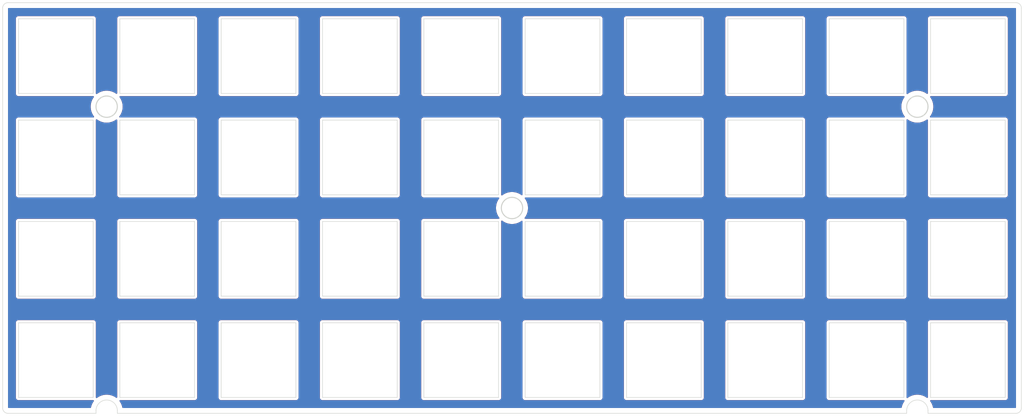
<source format=kicad_pcb>
(kicad_pcb (version 20241229) (generator "pcbnew") (generator_version "9.0")
  (layers (0 "F.Cu" signal) (2 "B.Cu" signal) (13 "F.Paste" user) (15 "B.Paste" user) (5 "F.SilkS" user "F.Silkscreen") (7 "B.SilkS" user "B.Silkscreen") (1 "F.Mask" user) (3 "B.Mask" user) (25 "Edge.Cuts" user))
  (net 0 "")
  (footprint "ScottoKeebs_Cutout:Cutout_MX_1.00u" (layer "F.Cu") (at 214.354246 121.203927 180)
    (property "Reference" "S2" (hide yes))
    (property "Value" "Keyswitch" (hide yes))
    (fp_line (start 7 7) (end 7 -7) (stroke (width 0.1)) (layer "Edge.Cuts"))
    (fp_line (start 7 -7) (end -7 -7) (stroke (width 0.1)) (layer "Edge.Cuts"))
    (fp_line (start -7 7) (end 7 7) (stroke (width 0.1)) (layer "Edge.Cuts"))
    (fp_line (start -7 -7) (end -7 7) (stroke (width 0.1)) (layer "Edge.Cuts"))
  )
  (footprint "ScottoKeebs_Cutout:Cutout_MX_1.00u" (layer "F.Cu") (at 157.354246 102.203927 180)
    (property "Reference" "S15" (hide yes))
    (property "Value" "Keyswitch" (hide yes))
    (fp_line (start 7 7) (end 7 -7) (stroke (width 0.1)) (layer "Edge.Cuts"))
    (fp_line (start 7 -7) (end -7 -7) (stroke (width 0.1)) (layer "Edge.Cuts"))
    (fp_line (start -7 7) (end 7 7) (stroke (width 0.1)) (layer "Edge.Cuts"))
    (fp_line (start -7 -7) (end -7 7) (stroke (width 0.1)) (layer "Edge.Cuts"))
  )
  (footprint "ScottoKeebs_Cutout:Cutout_MX_1.00u" (layer "F.Cu") (at 138.354246 121.203927 180)
    (property "Reference" "S6" (hide yes))
    (property "Value" "Keyswitch" (hide yes))
    (fp_line (start 7 7) (end 7 -7) (stroke (width 0.1)) (layer "Edge.Cuts"))
    (fp_line (start 7 -7) (end -7 -7) (stroke (width 0.1)) (layer "Edge.Cuts"))
    (fp_line (start -7 7) (end 7 7) (stroke (width 0.1)) (layer "Edge.Cuts"))
    (fp_line (start -7 -7) (end -7 7) (stroke (width 0.1)) (layer "Edge.Cuts"))
  )
  (footprint "ScottoKeebs_Cutout:Cutout_MX_1.00u" (layer "F.Cu") (at 62.354246 64.203927 180)
    (property "Reference" "S40" (hide yes))
    (property "Value" "Keyswitch" (hide yes))
    (fp_line (start 7 7) (end 7 -7) (stroke (width 0.1)) (layer "Edge.Cuts"))
    (fp_line (start 7 -7) (end -7 -7) (stroke (width 0.1)) (layer "Edge.Cuts"))
    (fp_line (start -7 7) (end 7 7) (stroke (width 0.1)) (layer "Edge.Cuts"))
    (fp_line (start -7 -7) (end -7 7) (stroke (width 0.1)) (layer "Edge.Cuts"))
  )
  (footprint "ScottoKeebs_Cutout:Cutout_MX_1.00u" (layer "F.Cu") (at 176.354246 83.203927 180)
    (property "Reference" "S24" (hide yes))
    (property "Value" "Keyswitch" (hide yes))
    (fp_line (start 7 7) (end 7 -7) (stroke (width 0.1)) (layer "Edge.Cuts"))
    (fp_line (start 7 -7) (end -7 -7) (stroke (width 0.1)) (layer "Edge.Cuts"))
    (fp_line (start -7 7) (end 7 7) (stroke (width 0.1)) (layer "Edge.Cuts"))
    (fp_line (start -7 -7) (end -7 7) (stroke (width 0.1)) (layer "Edge.Cuts"))
  )
  (footprint "ScottoKeebs_Cutout:Cutout_MX_1.00u" (layer "F.Cu") (at 195.354246 102.203927 180)
    (property "Reference" "S13" (hide yes))
    (property "Value" "Keyswitch" (hide yes))
    (fp_line (start 7 7) (end 7 -7) (stroke (width 0.1)) (layer "Edge.Cuts"))
    (fp_line (start 7 -7) (end -7 -7) (stroke (width 0.1)) (layer "Edge.Cuts"))
    (fp_line (start -7 7) (end 7 7) (stroke (width 0.1)) (layer "Edge.Cuts"))
    (fp_line (start -7 -7) (end -7 7) (stroke (width 0.1)) (layer "Edge.Cuts"))
  )
  (footprint "ScottoKeebs_Cutout:Cutout_MX_1.00u" (layer "F.Cu") (at 214.354246 102.203927 180)
    (property "Reference" "S12" (hide yes))
    (property "Value" "Keyswitch" (hide yes))
    (fp_line (start 7 7) (end 7 -7) (stroke (width 0.1)) (layer "Edge.Cuts"))
    (fp_line (start 7 -7) (end -7 -7) (stroke (width 0.1)) (layer "Edge.Cuts"))
    (fp_line (start -7 7) (end 7 7) (stroke (width 0.1)) (layer "Edge.Cuts"))
    (fp_line (start -7 -7) (end -7 7) (stroke (width 0.1)) (layer "Edge.Cuts"))
  )
  (footprint "ScottoKeebs_Cutout:Cutout_MX_1.00u" (layer "F.Cu") (at 233.354246 64.203927 180)
    (property "Reference" "S31" (hide yes))
    (property "Value" "Keyswitch" (hide yes))
    (fp_line (start 7 7) (end 7 -7) (stroke (width 0.1)) (layer "Edge.Cuts"))
    (fp_line (start 7 -7) (end -7 -7) (stroke (width 0.1)) (layer "Edge.Cuts"))
    (fp_line (start -7 7) (end 7 7) (stroke (width 0.1)) (layer "Edge.Cuts"))
    (fp_line (start -7 -7) (end -7 7) (stroke (width 0.1)) (layer "Edge.Cuts"))
  )
  (footprint "ScottoKeebs_Cutout:Cutout_MX_1.00u" (layer "F.Cu") (at 157.354246 121.203927 180)
    (property "Reference" "S5" (hide yes))
    (property "Value" "Keyswitch" (hide yes))
    (fp_line (start 7 7) (end 7 -7) (stroke (width 0.1)) (layer "Edge.Cuts"))
    (fp_line (start 7 -7) (end -7 -7) (stroke (width 0.1)) (layer "Edge.Cuts"))
    (fp_line (start -7 7) (end 7 7) (stroke (width 0.1)) (layer "Edge.Cuts"))
    (fp_line (start -7 -7) (end -7 7) (stroke (width 0.1)) (layer "Edge.Cuts"))
  )
  (footprint "ScottoKeebs_Cutout:Cutout_MX_1.00u" (layer "F.Cu") (at 62.354246 121.203927 180)
    (property "Reference" "S10" (hide yes))
    (property "Value" "Keyswitch" (hide yes))
    (fp_line (start 7 7) (end 7 -7) (stroke (width 0.1)) (layer "Edge.Cuts"))
    (fp_line (start 7 -7) (end -7 -7) (stroke (width 0.1)) (layer "Edge.Cuts"))
    (fp_line (start -7 7) (end 7 7) (stroke (width 0.1)) (layer "Edge.Cuts"))
    (fp_line (start -7 -7) (end -7 7) (stroke (width 0.1)) (layer "Edge.Cuts"))
  )
  (footprint "ScottoKeebs_Cutout:Cutout_MX_1.00u" (layer "F.Cu") (at 157.354246 64.203927 180)
    (property "Reference" "S35" (hide yes))
    (property "Value" "Keyswitch" (hide yes))
    (fp_line (start 7 7) (end 7 -7) (stroke (width 0.1)) (layer "Edge.Cuts"))
    (fp_line (start 7 -7) (end -7 -7) (stroke (width 0.1)) (layer "Edge.Cuts"))
    (fp_line (start -7 7) (end 7 7) (stroke (width 0.1)) (layer "Edge.Cuts"))
    (fp_line (start -7 -7) (end -7 7) (stroke (width 0.1)) (layer "Edge.Cuts"))
  )
  (footprint "ScottoKeebs_Cutout:Cutout_MX_1.00u" (layer "F.Cu") (at 81.354246 102.203927 180)
    (property "Reference" "S19" (hide yes))
    (property "Value" "Keyswitch" (hide yes))
    (fp_line (start 7 7) (end 7 -7) (stroke (width 0.1)) (layer "Edge.Cuts"))
    (fp_line (start 7 -7) (end -7 -7) (stroke (width 0.1)) (layer "Edge.Cuts"))
    (fp_line (start -7 7) (end 7 7) (stroke (width 0.1)) (layer "Edge.Cuts"))
    (fp_line (start -7 -7) (end -7 7) (stroke (width 0.1)) (layer "Edge.Cuts"))
  )
  (footprint "ScottoKeebs_Cutout:Cutout_MX_1.00u" (layer "F.Cu") (at 195.354246 83.203927 180)
    (property "Reference" "S23" (hide yes))
    (property "Value" "Keyswitch" (hide yes))
    (fp_line (start 7 7) (end 7 -7) (stroke (width 0.1)) (layer "Edge.Cuts"))
    (fp_line (start 7 -7) (end -7 -7) (stroke (width 0.1)) (layer "Edge.Cuts"))
    (fp_line (start -7 7) (end 7 7) (stroke (width 0.1)) (layer "Edge.Cuts"))
    (fp_line (start -7 -7) (end -7 7) (stroke (width 0.1)) (layer "Edge.Cuts"))
  )
  (footprint "ScottoKeebs_Cutout:Cutout_MX_1.00u" (layer "F.Cu") (at 100.354246 83.203927 180)
    (property "Reference" "S28" (hide yes))
    (property "Value" "Keyswitch" (hide yes))
    (fp_line (start 7 7) (end 7 -7) (stroke (width 0.1)) (layer "Edge.Cuts"))
    (fp_line (start 7 -7) (end -7 -7) (stroke (width 0.1)) (layer "Edge.Cuts"))
    (fp_line (start -7 7) (end 7 7) (stroke (width 0.1)) (layer "Edge.Cuts"))
    (fp_line (start -7 -7) (end -7 7) (stroke (width 0.1)) (layer "Edge.Cuts"))
  )
  (footprint "ScottoKeebs_Cutout:Cutout_MX_1.00u" (layer "F.Cu") (at 138.354246 64.203927 180)
    (property "Reference" "S36" (hide yes))
    (property "Value" "Keyswitch" (hide yes))
    (fp_line (start 7 7) (end 7 -7) (stroke (width 0.1)) (layer "Edge.Cuts"))
    (fp_line (start 7 -7) (end -7 -7) (stroke (width 0.1)) (layer "Edge.Cuts"))
    (fp_line (start -7 7) (end 7 7) (stroke (width 0.1)) (layer "Edge.Cuts"))
    (fp_line (start -7 -7) (end -7 7) (stroke (width 0.1)) (layer "Edge.Cuts"))
  )
  (footprint "ScottoKeebs_Cutout:Cutout_MX_1.00u" (layer "F.Cu") (at 195.354246 121.203927 180)
    (property "Reference" "S3" (hide yes))
    (property "Value" "Keyswitch" (hide yes))
    (fp_line (start 7 7) (end 7 -7) (stroke (width 0.1)) (layer "Edge.Cuts"))
    (fp_line (start 7 -7) (end -7 -7) (stroke (width 0.1)) (layer "Edge.Cuts"))
    (fp_line (start -7 7) (end 7 7) (stroke (width 0.1)) (layer "Edge.Cuts"))
    (fp_line (start -7 -7) (end -7 7) (stroke (width 0.1)) (layer "Edge.Cuts"))
  )
  (footprint "ScottoKeebs_Cutout:Cutout_MX_1.00u" (layer "F.Cu") (at 100.354246 121.203927 180)
    (property "Reference" "S8" (hide yes))
    (property "Value" "Keyswitch" (hide yes))
    (fp_line (start 7 7) (end 7 -7) (stroke (width 0.1)) (layer "Edge.Cuts"))
    (fp_line (start 7 -7) (end -7 -7) (stroke (width 0.1)) (layer "Edge.Cuts"))
    (fp_line (start -7 7) (end 7 7) (stroke (width 0.1)) (layer "Edge.Cuts"))
    (fp_line (start -7 -7) (end -7 7) (stroke (width 0.1)) (layer "Edge.Cuts"))
  )
  (footprint "ScottoKeebs_Cutout:Cutout_MX_1.00u" (layer "F.Cu") (at 119.354246 102.203927 180)
    (property "Reference" "S17" (hide yes))
    (property "Value" "Keyswitch" (hide yes))
    (fp_line (start 7 7) (end 7 -7) (stroke (width 0.1)) (layer "Edge.Cuts"))
    (fp_line (start 7 -7) (end -7 -7) (stroke (width 0.1)) (layer "Edge.Cuts"))
    (fp_line (start -7 7) (end 7 7) (stroke (width 0.1)) (layer "Edge.Cuts"))
    (fp_line (start -7 -7) (end -7 7) (stroke (width 0.1)) (layer "Edge.Cuts"))
  )
  (footprint "ScottoKeebs_Cutout:Cutout_MX_1.00u" (layer "F.Cu") (at 119.354246 83.203927 180)
    (property "Reference" "S27" (hide yes))
    (property "Value" "Keyswitch" (hide yes))
    (fp_line (start 7 7) (end 7 -7) (stroke (width 0.1)) (layer "Edge.Cuts"))
    (fp_line (start 7 -7) (end -7 -7) (stroke (width 0.1)) (layer "Edge.Cuts"))
    (fp_line (start -7 7) (end 7 7) (stroke (width 0.1)) (layer "Edge.Cuts"))
    (fp_line (start -7 -7) (end -7 7) (stroke (width 0.1)) (layer "Edge.Cuts"))
  )
  (footprint "ScottoKeebs_Cutout:Cutout_MX_1.00u" (layer "F.Cu") (at 138.354246 102.203927 180)
    (property "Reference" "S16" (hide yes))
    (property "Value" "Keyswitch" (hide yes))
    (fp_line (start 7 7) (end 7 -7) (stroke (width 0.1)) (layer "Edge.Cuts"))
    (fp_line (start 7 -7) (end -7 -7) (stroke (width 0.1)) (layer "Edge.Cuts"))
    (fp_line (start -7 7) (end 7 7) (stroke (width 0.1)) (layer "Edge.Cuts"))
    (fp_line (start -7 -7) (end -7 7) (stroke (width 0.1)) (layer "Edge.Cuts"))
  )
  (footprint "ScottoKeebs_Cutout:Cutout_MX_1.00u" (layer "F.Cu") (at 81.354246 64.203927 180)
    (property "Reference" "S39" (hide yes))
    (property "Value" "Keyswitch" (hide yes))
    (fp_line (start 7 7) (end 7 -7) (stroke (width 0.1)) (layer "Edge.Cuts"))
    (fp_line (start 7 -7) (end -7 -7) (stroke (width 0.1)) (layer "Edge.Cuts"))
    (fp_line (start -7 7) (end 7 7) (stroke (width 0.1)) (layer "Edge.Cuts"))
    (fp_line (start -7 -7) (end -7 7) (stroke (width 0.1)) (layer "Edge.Cuts"))
  )
  (footprint "ScottoKeebs_Cutout:Cutout_MX_1.00u" (layer "F.Cu") (at 176.354246 64.203927 180)
    (property "Reference" "S34" (hide yes))
    (property "Value" "Keyswitch" (hide yes))
    (fp_line (start 7 7) (end 7 -7) (stroke (width 0.1)) (layer "Edge.Cuts"))
    (fp_line (start 7 -7) (end -7 -7) (stroke (width 0.1)) (layer "Edge.Cuts"))
    (fp_line (start -7 7) (end 7 7) (stroke (width 0.1)) (layer "Edge.Cuts"))
    (fp_line (start -7 -7) (end -7 7) (stroke (width 0.1)) (layer "Edge.Cuts"))
  )
  (footprint "ScottoKeebs_Cutout:Cutout_MX_1.00u" (layer "F.Cu") (at 214.354246 83.203927 180)
    (property "Reference" "S22" (hide yes))
    (property "Value" "Keyswitch" (hide yes))
    (fp_line (start 7 7) (end 7 -7) (stroke (width 0.1)) (layer "Edge.Cuts"))
    (fp_line (start 7 -7) (end -7 -7) (stroke (width 0.1)) (layer "Edge.Cuts"))
    (fp_line (start -7 7) (end 7 7) (stroke (width 0.1)) (layer "Edge.Cuts"))
    (fp_line (start -7 -7) (end -7 7) (stroke (width 0.1)) (layer "Edge.Cuts"))
  )
  (footprint "ScottoKeebs_Cutout:Cutout_MX_1.00u" (layer "F.Cu") (at 62.354246 83.203927 180)
    (property "Reference" "S30" (hide yes))
    (property "Value" "Keyswitch" (hide yes))
    (fp_line (start 7 7) (end 7 -7) (stroke (width 0.1)) (layer "Edge.Cuts"))
    (fp_line (start 7 -7) (end -7 -7) (stroke (width 0.1)) (layer "Edge.Cuts"))
    (fp_line (start -7 7) (end 7 7) (stroke (width 0.1)) (layer "Edge.Cuts"))
    (fp_line (start -7 -7) (end -7 7) (stroke (width 0.1)) (layer "Edge.Cuts"))
  )
  (footprint "ScottoKeebs_Cutout:Cutout_MX_1.00u" (layer "F.Cu") (at 233.354246 121.203927 180)
    (property "Reference" "S1" (hide yes))
    (property "Value" "Keyswitch" (hide yes))
    (fp_line (start 7 7) (end 7 -7) (stroke (width 0.1)) (layer "Edge.Cuts"))
    (fp_line (start 7 -7) (end -7 -7) (stroke (width 0.1)) (layer "Edge.Cuts"))
    (fp_line (start -7 7) (end 7 7) (stroke (width 0.1)) (layer "Edge.Cuts"))
    (fp_line (start -7 -7) (end -7 7) (stroke (width 0.1)) (layer "Edge.Cuts"))
  )
  (footprint "ScottoKeebs_Cutout:Cutout_MX_1.00u" (layer "F.Cu") (at 119.354246 121.203927 180)
    (property "Reference" "S7" (hide yes))
    (property "Value" "Keyswitch" (hide yes))
    (fp_line (start 7 7) (end 7 -7) (stroke (width 0.1)) (layer "Edge.Cuts"))
    (fp_line (start 7 -7) (end -7 -7) (stroke (width 0.1)) (layer "Edge.Cuts"))
    (fp_line (start -7 7) (end 7 7) (stroke (width 0.1)) (layer "Edge.Cuts"))
    (fp_line (start -7 -7) (end -7 7) (stroke (width 0.1)) (layer "Edge.Cuts"))
  )
  (footprint "ScottoKeebs_Cutout:Cutout_MX_1.00u" (layer "F.Cu") (at 195.354246 64.203927 180)
    (property "Reference" "S33" (hide yes))
    (property "Value" "Keyswitch" (hide yes))
    (fp_line (start 7 7) (end 7 -7) (stroke (width 0.1)) (layer "Edge.Cuts"))
    (fp_line (start 7 -7) (end -7 -7) (stroke (width 0.1)) (layer "Edge.Cuts"))
    (fp_line (start -7 7) (end 7 7) (stroke (width 0.1)) (layer "Edge.Cuts"))
    (fp_line (start -7 -7) (end -7 7) (stroke (width 0.1)) (layer "Edge.Cuts"))
  )
  (footprint "ScottoKeebs_Cutout:Cutout_MX_1.00u" (layer "F.Cu") (at 119.354246 64.203927 180)
    (property "Reference" "S37" (hide yes))
    (property "Value" "Keyswitch" (hide yes))
    (fp_line (start 7 7) (end 7 -7) (stroke (width 0.1)) (layer "Edge.Cuts"))
    (fp_line (start 7 -7) (end -7 -7) (stroke (width 0.1)) (layer "Edge.Cuts"))
    (fp_line (start -7 7) (end 7 7) (stroke (width 0.1)) (layer "Edge.Cuts"))
    (fp_line (start -7 -7) (end -7 7) (stroke (width 0.1)) (layer "Edge.Cuts"))
  )
  (footprint "ScottoKeebs_Cutout:Cutout_MX_1.00u" (layer "F.Cu") (at 81.354246 83.203927 180)
    (property "Reference" "S29" (hide yes))
    (property "Value" "Keyswitch" (hide yes))
    (fp_line (start 7 7) (end 7 -7) (stroke (width 0.1)) (layer "Edge.Cuts"))
    (fp_line (start 7 -7) (end -7 -7) (stroke (width 0.1)) (layer "Edge.Cuts"))
    (fp_line (start -7 7) (end 7 7) (stroke (width 0.1)) (layer "Edge.Cuts"))
    (fp_line (start -7 -7) (end -7 7) (stroke (width 0.1)) (layer "Edge.Cuts"))
  )
  (footprint "ScottoKeebs_Cutout:Cutout_MX_1.00u" (layer "F.Cu") (at 138.354246 83.203927 180)
    (property "Reference" "S26" (hide yes))
    (property "Value" "Keyswitch" (hide yes))
    (fp_line (start 7 7) (end 7 -7) (stroke (width 0.1)) (layer "Edge.Cuts"))
    (fp_line (start 7 -7) (end -7 -7) (stroke (width 0.1)) (layer "Edge.Cuts"))
    (fp_line (start -7 7) (end 7 7) (stroke (width 0.1)) (layer "Edge.Cuts"))
    (fp_line (start -7 -7) (end -7 7) (stroke (width 0.1)) (layer "Edge.Cuts"))
  )
  (footprint "ScottoKeebs_Cutout:Cutout_MX_1.00u" (layer "F.Cu") (at 62.354246 102.203927 180)
    (property "Reference" "S20" (hide yes))
    (property "Value" "Keyswitch" (hide yes))
    (fp_line (start 7 7) (end 7 -7) (stroke (width 0.1)) (layer "Edge.Cuts"))
    (fp_line (start 7 -7) (end -7 -7) (stroke (width 0.1)) (layer "Edge.Cuts"))
    (fp_line (start -7 7) (end 7 7) (stroke (width 0.1)) (layer "Edge.Cuts"))
    (fp_line (start -7 -7) (end -7 7) (stroke (width 0.1)) (layer "Edge.Cuts"))
  )
  (footprint "ScottoKeebs_Cutout:Cutout_MX_1.00u" (layer "F.Cu") (at 100.354246 64.203927 180)
    (property "Reference" "S38" (hide yes))
    (property "Value" "Keyswitch" (hide yes))
    (fp_line (start 7 7) (end 7 -7) (stroke (width 0.1)) (layer "Edge.Cuts"))
    (fp_line (start 7 -7) (end -7 -7) (stroke (width 0.1)) (layer "Edge.Cuts"))
    (fp_line (start -7 7) (end 7 7) (stroke (width 0.1)) (layer "Edge.Cuts"))
    (fp_line (start -7 -7) (end -7 7) (stroke (width 0.1)) (layer "Edge.Cuts"))
  )
  (footprint "ScottoKeebs_Cutout:Cutout_MX_1.00u" (layer "F.Cu") (at 176.354246 102.203927 180)
    (property "Reference" "S14" (hide yes))
    (property "Value" "Keyswitch" (hide yes))
    (fp_line (start 7 7) (end 7 -7) (stroke (width 0.1)) (layer "Edge.Cuts"))
    (fp_line (start 7 -7) (end -7 -7) (stroke (width 0.1)) (layer "Edge.Cuts"))
    (fp_line (start -7 7) (end 7 7) (stroke (width 0.1)) (layer "Edge.Cuts"))
    (fp_line (start -7 -7) (end -7 7) (stroke (width 0.1)) (layer "Edge.Cuts"))
  )
  (footprint "ScottoKeebs_Cutout:Cutout_MX_1.00u" (layer "F.Cu") (at 233.354246 102.203927 180)
    (property "Reference" "S11" (hide yes))
    (property "Value" "Keyswitch" (hide yes))
    (fp_line (start 7 7) (end 7 -7) (stroke (width 0.1)) (layer "Edge.Cuts"))
    (fp_line (start 7 -7) (end -7 -7) (stroke (width 0.1)) (layer "Edge.Cuts"))
    (fp_line (start -7 7) (end 7 7) (stroke (width 0.1)) (layer "Edge.Cuts"))
    (fp_line (start -7 -7) (end -7 7) (stroke (width 0.1)) (layer "Edge.Cuts"))
  )
  (footprint "ScottoKeebs_Cutout:Cutout_MX_1.00u" (layer "F.Cu") (at 176.354246 121.203927 180)
    (property "Reference" "S4" (hide yes))
    (property "Value" "Keyswitch" (hide yes))
    (fp_line (start 7 7) (end 7 -7) (stroke (width 0.1)) (layer "Edge.Cuts"))
    (fp_line (start 7 -7) (end -7 -7) (stroke (width 0.1)) (layer "Edge.Cuts"))
    (fp_line (start -7 7) (end 7 7) (stroke (width 0.1)) (layer "Edge.Cuts"))
    (fp_line (start -7 -7) (end -7 7) (stroke (width 0.1)) (layer "Edge.Cuts"))
  )
  (footprint "ScottoKeebs_Cutout:Cutout_MX_1.00u" (layer "F.Cu") (at 214.354246 64.203927 180)
    (property "Reference" "S32" (hide yes))
    (property "Value" "Keyswitch" (hide yes))
    (fp_line (start 7 7) (end 7 -7) (stroke (width 0.1)) (layer "Edge.Cuts"))
    (fp_line (start 7 -7) (end -7 -7) (stroke (width 0.1)) (layer "Edge.Cuts"))
    (fp_line (start -7 7) (end 7 7) (stroke (width 0.1)) (layer "Edge.Cuts"))
    (fp_line (start -7 -7) (end -7 7) (stroke (width 0.1)) (layer "Edge.Cuts"))
  )
  (footprint "ScottoKeebs_Cutout:Cutout_MX_1.00u" (layer "F.Cu") (at 157.354246 83.203927 180)
    (property "Reference" "S25" (hide yes))
    (property "Value" "Keyswitch" (hide yes))
    (fp_line (start 7 7) (end 7 -7) (stroke (width 0.1)) (layer "Edge.Cuts"))
    (fp_line (start 7 -7) (end -7 -7) (stroke (width 0.1)) (layer "Edge.Cuts"))
    (fp_line (start -7 7) (end 7 7) (stroke (width 0.1)) (layer "Edge.Cuts"))
    (fp_line (start -7 -7) (end -7 7) (stroke (width 0.1)) (layer "Edge.Cuts"))
  )
  (footprint "ScottoKeebs_Cutout:Cutout_MX_1.00u" (layer "F.Cu") (at 233.354246 83.203927 180)
    (property "Reference" "S21" (hide yes))
    (property "Value" "Keyswitch" (hide yes))
    (fp_line (start 7 7) (end 7 -7) (stroke (width 0.1)) (layer "Edge.Cuts"))
    (fp_line (start 7 -7) (end -7 -7) (stroke (width 0.1)) (layer "Edge.Cuts"))
    (fp_line (start -7 7) (end 7 7) (stroke (width 0.1)) (layer "Edge.Cuts"))
    (fp_line (start -7 -7) (end -7 7) (stroke (width 0.1)) (layer "Edge.Cuts"))
  )
  (footprint "ScottoKeebs_Cutout:Cutout_MX_1.00u" (layer "F.Cu") (at 100.354246 102.203927 180)
    (property "Reference" "S18" (hide yes))
    (property "Value" "Keyswitch" (hide yes))
    (fp_line (start 7 7) (end 7 -7) (stroke (width 0.1)) (layer "Edge.Cuts"))
    (fp_line (start 7 -7) (end -7 -7) (stroke (width 0.1)) (layer "Edge.Cuts"))
    (fp_line (start -7 7) (end 7 7) (stroke (width 0.1)) (layer "Edge.Cuts"))
    (fp_line (start -7 -7) (end -7 7) (stroke (width 0.1)) (layer "Edge.Cuts"))
  )
  (footprint "ScottoKeebs_Cutout:Cutout_MX_1.00u" (layer "F.Cu") (at 81.354246 121.203927 180)
    (property "Reference" "S9" (hide yes))
    (property "Value" "Keyswitch" (hide yes))
    (fp_line (start 7 7) (end 7 -7) (stroke (width 0.1)) (layer "Edge.Cuts"))
    (fp_line (start 7 -7) (end -7 -7) (stroke (width 0.1)) (layer "Edge.Cuts"))
    (fp_line (start -7 7) (end 7 7) (stroke (width 0.1)) (layer "Edge.Cuts"))
    (fp_line (start -7 -7) (end -7 7) (stroke (width 0.1)) (layer "Edge.Cuts"))
  )
  (gr_arc (start 221.879246 130.678927) (mid 223.879246 128.678927) (end 225.879246 130.678927) (stroke (width 0.1)) (layer "Edge.Cuts"))
  (gr_line (start 69.879246 130.678927) (end 69.879246 131.178927) (stroke (width 0.1)) (layer "Edge.Cuts"))
  (gr_line (start 52.379246 130.178927) (end 52.379246 55.178927) (stroke (width 0.1)) (layer "Edge.Cuts"))
  (gr_line (start 221.879246 130.678927) (end 221.879246 131.178927) (stroke (width 0.1)) (layer "Edge.Cuts"))
  (gr_line (start 225.879246 131.178927) (end 242.379246 131.178927) (stroke (width 0.1)) (layer "Edge.Cuts"))
  (gr_line (start 221.879246 131.178927) (end 73.879246 131.178927) (stroke (width 0.1)) (layer "Edge.Cuts"))
  (gr_arc (start 53.379246 131.178927) (mid 52.6721 130.886052) (end 52.379246 130.178927) (stroke (width 0.1)) (layer "Edge.Cuts"))
  (gr_arc (start 242.379246 54.178927) (mid 243.086313 54.471838) (end 243.379246 55.178927) (stroke (width 0.1)) (layer "Edge.Cuts"))
  (gr_line (start 225.879246 130.678927) (end 225.879246 131.178927) (stroke (width 0.1)) (layer "Edge.Cuts"))
  (gr_circle (center 147.879246 92.678927) (end 145.879246 92.678927) (stroke (width 0.2)) (fill no) (layer "Edge.Cuts"))
  (gr_circle (center 223.879246 73.678927) (end 221.879246 73.678927) (stroke (width 0.2)) (fill no) (layer "Edge.Cuts"))
  (gr_arc (start 52.379246 55.178927) (mid 52.672132 54.471819) (end 53.379246 54.178927) (stroke (width 0.1)) (layer "Edge.Cuts"))
  (gr_arc (start 69.879246 130.678927) (mid 71.879246 128.678927) (end 73.879246 130.678927) (stroke (width 0.1)) (layer "Edge.Cuts"))
  (gr_arc (start 243.379246 130.178927) (mid 243.086346 130.886033) (end 242.379246 131.178927) (stroke (width 0.1)) (layer "Edge.Cuts"))
  (gr_line (start 243.379246 130.178927) (end 243.379246 55.178927) (stroke (width 0.1)) (layer "Edge.Cuts"))
  (gr_line (start 73.879246 130.678927) (end 73.879246 131.178927) (stroke (width 0.1)) (layer "Edge.Cuts"))
  (gr_line (start 242.379246 54.178927) (end 53.379246 54.178927) (stroke (width 0.1)) (layer "Edge.Cuts"))
  (gr_circle (center 71.879246 73.678927) (end 69.879246 73.678927) (stroke (width 0.2)) (fill no) (layer "Edge.Cuts"))
  (gr_line (start 69.879246 131.178927) (end 53.379246 131.178927) (stroke (width 0.1)) (layer "Edge.Cuts"))
  (zone (net 0) (net_name "") (layers "F.Cu" "B.Cu") (connect_pads (clearance 0.5)) (min_thickness 0.25) (fill yes (thermal_gap 0.5) (thermal_bridge_width 0.5) (island_removal_mode 1) (island_area_min 10))
    (polygon (pts (xy 243.379246 131.178927) (xy 52.379246 131.178927) (xy 52.379246 54.178927) (xy 243.379246 54.178927)))
  )
)
</source>
